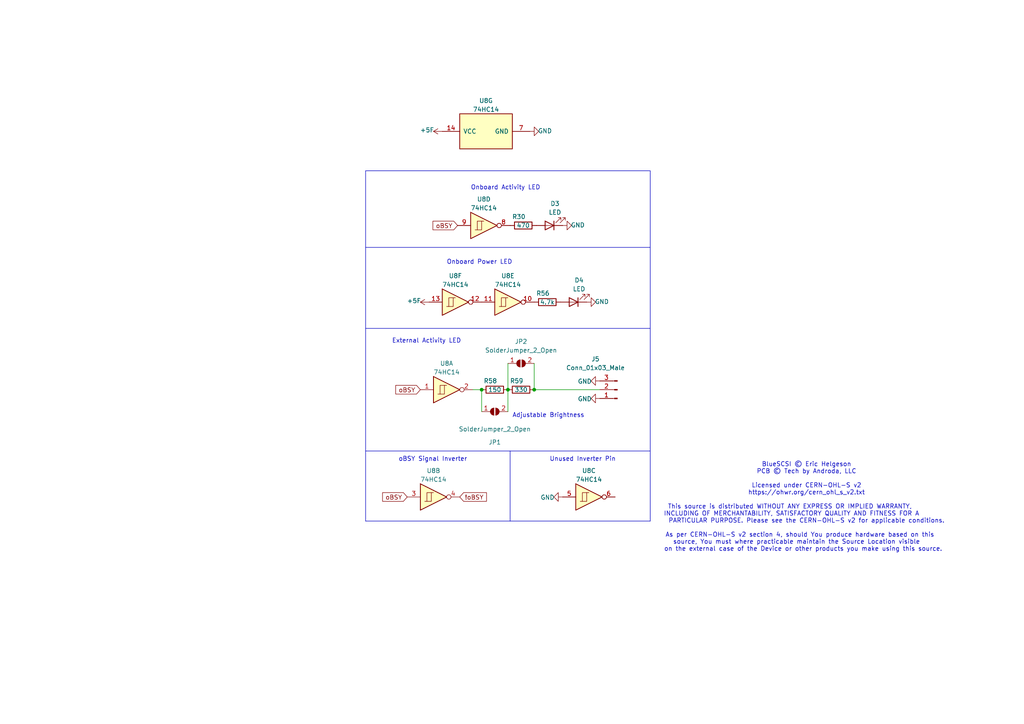
<source format=kicad_sch>
(kicad_sch (version 20231120) (generator "eeschema") (generator_version "8.0")
  (paper "A4")
  (title_block (title "BlueSCSI V2, Desktop 50 Pin, Top Connector, 2023.10a") (date "October 2023") (rev "1") (company "Tech by Androda, LLC"))
  (lib_symbols
    (symbol "74xx:74HC14" (pin_names (offset 1.016))
      (property "Reference" "U" (at 0 1.27 0))
      (property "Value" "74HC14" (at 0 -1.27 0))
      (symbol "74HC14_1_0"
        (polyline (pts (xy -3.81 3.81) (xy -3.81 -3.81) (xy 3.81 0) (xy -3.81 3.81)) (stroke (width 0.254)) (fill (type background)))
        (pin input line (at -7.62 0 0) (length 3.81) (name "~") (number "1"))
        (pin output inverted (at 7.62 0 180) (length 3.81) (name "~") (number "2"))
      )
      (symbol "74HC14_1_1"
        (polyline (pts (xy -1.905 -1.27) (xy -1.905 1.27) (xy -0.635 1.27)))
        (polyline (pts (xy -2.54 -1.27) (xy -0.635 -1.27) (xy -0.635 1.27) (xy 0 1.27)))
      )
      (symbol "74HC14_2_0"
        (polyline (pts (xy -3.81 3.81) (xy -3.81 -3.81) (xy 3.81 0) (xy -3.81 3.81)) (stroke (width 0.254)) (fill (type background)))
        (pin input line (at -7.62 0 0) (length 3.81) (name "~") (number "3"))
        (pin output inverted (at 7.62 0 180) (length 3.81) (name "~") (number "4"))
      )
      (symbol "74HC14_2_1"
        (polyline (pts (xy -1.905 -1.27) (xy -1.905 1.27) (xy -0.635 1.27)))
        (polyline (pts (xy -2.54 -1.27) (xy -0.635 -1.27) (xy -0.635 1.27) (xy 0 1.27)))
      )
      (symbol "74HC14_3_0"
        (polyline (pts (xy -3.81 3.81) (xy -3.81 -3.81) (xy 3.81 0) (xy -3.81 3.81)) (stroke (width 0.254)) (fill (type background)))
        (pin input line (at -7.62 0 0) (length 3.81) (name "~") (number "5"))
        (pin output inverted (at 7.62 0 180) (length 3.81) (name "~") (number "6"))
      )
      (symbol "74HC14_3_1"
        (polyline (pts (xy -1.905 -1.27) (xy -1.905 1.27) (xy -0.635 1.27)))
        (polyline (pts (xy -2.54 -1.27) (xy -0.635 -1.27) (xy -0.635 1.27) (xy 0 1.27)))
      )
      (symbol "74HC14_4_0"
        (polyline (pts (xy -3.81 3.81) (xy -3.81 -3.81) (xy 3.81 0) (xy -3.81 3.81)) (stroke (width 0.254)) (fill (type background)))
        (pin output inverted (at 7.62 0 180) (length 3.81) (name "~") (number "8"))
        (pin input line (at -7.62 0 0) (length 3.81) (name "~") (number "9"))
      )
      (symbol "74HC14_4_1"
        (polyline (pts (xy -1.905 -1.27) (xy -1.905 1.27) (xy -0.635 1.27)))
        (polyline (pts (xy -2.54 -1.27) (xy -0.635 -1.27) (xy -0.635 1.27) (xy 0 1.27)))
      )
      (symbol "74HC14_5_0"
        (polyline (pts (xy -3.81 3.81) (xy -3.81 -3.81) (xy 3.81 0) (xy -3.81 3.81)) (stroke (width 0.254)) (fill (type background)))
        (pin output inverted (at 7.62 0 180) (length 3.81) (name "~") (number "10"))
        (pin input line (at -7.62 0 0) (length 3.81) (name "~") (number "11"))
      )
      (symbol "74HC14_5_1"
        (polyline (pts (xy -1.905 -1.27) (xy -1.905 1.27) (xy -0.635 1.27)))
        (polyline (pts (xy -2.54 -1.27) (xy -0.635 -1.27) (xy -0.635 1.27) (xy 0 1.27)))
      )
      (symbol "74HC14_6_0"
        (polyline (pts (xy -3.81 3.81) (xy -3.81 -3.81) (xy 3.81 0) (xy -3.81 3.81)) (stroke (width 0.254)) (fill (type background)))
        (pin output inverted (at 7.62 0 180) (length 3.81) (name "~") (number "12"))
        (pin input line (at -7.62 0 0) (length 3.81) (name "~") (number "13"))
      )
      (symbol "74HC14_6_1"
        (polyline (pts (xy -1.905 -1.27) (xy -1.905 1.27) (xy -0.635 1.27)))
        (polyline (pts (xy -2.54 -1.27) (xy -0.635 -1.27) (xy -0.635 1.27) (xy 0 1.27)))
      )
      (symbol "74HC14_7_0"
        (pin power_in line (at 0 12.7 270) (length 5.08) (name "VCC") (number "14"))
        (pin power_in line (at 0 -12.7 90) (length 5.08) (name "GND") (number "7"))
      )
      (symbol "74HC14_7_1"
        (rectangle (start -5.08 7.62) (end 5.08 -7.62) (stroke (width 0.254)) (fill (type background)))
      )
    )
    (symbol "Connector:Conn_01x03_Male" (pin_names (offset 1.016) hide)
      (property "Reference" "J" (at 0 5.08 0))
      (property "Value" "Conn_01x03_Male" (at 0 -5.08 0))
      (symbol "Conn_01x03_Male_1_1"
        (polyline (pts (xy 1.27 -2.54) (xy 0.8636 -2.54)) (stroke (width 0.1524)))
        (polyline (pts (xy 1.27 0) (xy 0.8636 0)) (stroke (width 0.1524)))
        (polyline (pts (xy 1.27 2.54) (xy 0.8636 2.54)) (stroke (width 0.1524)))
        (rectangle (start 0.8636 -2.413) (end 0 -2.667) (stroke (width 0.1524)) (fill (type outline)))
        (rectangle (start 0.8636 0.127) (end 0 -0.127) (stroke (width 0.1524)) (fill (type outline)))
        (rectangle (start 0.8636 2.667) (end 0 2.413) (stroke (width 0.1524)) (fill (type outline)))
        (pin passive line (at 5.08 2.54 180) (length 3.81) (name "Pin_1") (number "1"))
        (pin passive line (at 5.08 0 180) (length 3.81) (name "Pin_2") (number "2"))
        (pin passive line (at 5.08 -2.54 180) (length 3.81) (name "Pin_3") (number "3"))
      )
    )
    (symbol "Device:LED" (pin_numbers hide) (pin_names (offset 1.016) hide)
      (property "Reference" "D" (at 0 2.54 0))
      (property "Value" "LED" (at 0 -2.54 0))
      (symbol "LED_0_1"
        (polyline (pts (xy -1.27 -1.27) (xy -1.27 1.27)) (stroke (width 0.254)))
        (polyline (pts (xy -1.27 0) (xy 1.27 0)))
        (polyline (pts (xy 1.27 -1.27) (xy 1.27 1.27) (xy -1.27 0) (xy 1.27 -1.27)) (stroke (width 0.254)))
        (polyline (pts (xy -3.048 -0.762) (xy -4.572 -2.286) (xy -3.81 -2.286) (xy -4.572 -2.286) (xy -4.572 -1.524)))
        (polyline (pts (xy -1.778 -0.762) (xy -3.302 -2.286) (xy -2.54 -2.286) (xy -3.302 -2.286) (xy -3.302 -1.524)))
      )
      (symbol "LED_1_1"
        (pin passive line (at -3.81 0 0) (length 2.54) (name "K") (number "1"))
        (pin passive line (at 3.81 0 180) (length 2.54) (name "A") (number "2"))
      )
    )
    (symbol "Device:R" (pin_numbers hide) (pin_names (offset 0))
      (property "Reference" "R" (at 2.032 0 90))
      (property "Value" "R" (at 0 0 90))
      (symbol "R_0_1"
        (rectangle (start -1.016 -2.54) (end 1.016 2.54) (stroke (width 0.254)))
      )
      (symbol "R_1_1"
        (pin passive line (at 0 3.81 270) (length 1.27) (name "~") (number "1"))
        (pin passive line (at 0 -3.81 90) (length 1.27) (name "~") (number "2"))
      )
    )
    (symbol "Jumper:SolderJumper_2_Open" (pin_names (offset 0) hide)
      (property "Reference" "JP" (at 0 2.032 0))
      (property "Value" "SolderJumper_2_Open" (at 0 -2.54 0))
      (symbol "SolderJumper_2_Open_0_1"
        (arc (start -0.254 1.016) (mid -1.2656 0) (end -0.254 -1.016))
        (arc (start -0.254 1.016) (mid -1.2656 0) (end -0.254 -1.016) (fill (type outline)))
        (polyline (pts (xy -0.254 1.016) (xy -0.254 -1.016)))
        (polyline (pts (xy 0.254 1.016) (xy 0.254 -1.016)))
        (arc (start 0.254 -1.016) (mid 1.2656 0) (end 0.254 1.016))
        (arc (start 0.254 -1.016) (mid 1.2656 0) (end 0.254 1.016) (fill (type outline)))
      )
      (symbol "SolderJumper_2_Open_1_1"
        (pin passive line (at -3.81 0 0) (length 2.54) (name "A") (number "1"))
        (pin passive line (at 3.81 0 180) (length 2.54) (name "B") (number "2"))
      )
    )
    (symbol "power:+5F" (power) (pin_names (offset 0))
      (property "Value" "+5F" (at 0 3.556 0))
      (symbol "+5F_0_1"
        (polyline (pts (xy -0.762 1.27) (xy 0 2.54)))
        (polyline (pts (xy 0 0) (xy 0 2.54)))
        (polyline (pts (xy 0 2.54) (xy 0.762 1.27)))
      )
      (symbol "+5F_1_1"
        (pin power_in line (at 0 0 90) (length 0) hide (name "+5F") (number "1"))
      )
    )
    (symbol "power:GND" (power) (pin_names (offset 0))
      (property "Value" "GND" (at 0 -3.81 0))
      (symbol "GND_0_1"
        (polyline (pts (xy 0 0) (xy 0 -1.27) (xy 1.27 -1.27) (xy 0 -2.54) (xy -1.27 -1.27) (xy 0 -1.27)))
      )
      (symbol "GND_1_1"
        (pin power_in line (at 0 0 270) (length 0) hide (name "GND") (number "1"))
      )
    )
  )
  (junction (at 147.32 113.03))
  (junction (at 154.94 113.03))
  (junction (at 139.7 113.03))
  (polyline (pts (xy 188.595 95.25) (xy 106.045 95.25)))
  (polyline (pts (xy 188.595 130.81) (xy 188.595 95.25)))
  (wire (pts (xy 154.94 113.03) (xy 173.99 113.03)))
  (wire (pts (xy 147.32 105.41) (xy 147.32 113.03)))
  (polyline (pts (xy 188.595 49.53) (xy 188.595 71.755)))
  (wire (pts (xy 137.16 113.03) (xy 139.7 113.03)))
  (polyline (pts (xy 106.045 49.53) (xy 106.045 151.13)))
  (polyline (pts (xy 188.595 95.25) (xy 188.595 71.755)))
  (polyline (pts (xy 106.045 49.53) (xy 188.595 49.53)))
  (polyline (pts (xy 106.045 130.81) (xy 188.595 130.81)))
  (wire (pts (xy 154.94 105.41) (xy 154.94 113.03)))
  (wire (pts (xy 147.32 113.03) (xy 147.32 119.38)))
  (polyline (pts (xy 188.595 151.13) (xy 188.595 130.81)))
  (polyline (pts (xy 147.955 130.81) (xy 147.955 151.13)))
  (wire (pts (xy 139.7 113.03) (xy 139.7 119.38)))
  (polyline (pts (xy 106.045 151.13) (xy 188.595 151.13)))
  (polyline (pts (xy 188.595 71.755) (xy 106.045 71.755)))
  (text "Onboard Power LED" (at 129.54 76.835 0) (effects (font (size 1.27 1.27)) (justify left bottom)))
  (text "Unused Inverter Pin" (at 159.385 133.985 0) (effects (font (size 1.27 1.27)) (justify left bottom)))
  (text "oBSY Signal Inverter" (at 115.57 133.985 0) (effects (font (size 1.27 1.27)) (justify left bottom)))
  (text "Onboard Activity LED" (at 136.525 55.245 0) (effects (font (size 1.27 1.27)) (justify left bottom)))
  (text "BlueSCSI © Eric Helgeson\nPCB © Tech by Androda, LLC\n\nLicensed under CERN-OHL-S v2\nhttps://ohwr.org/cern_ohl_s_v2.txt\n\nThis source is distributed WITHOUT ANY EXPRESS OR IMPLIED WARRANTY,          \nINCLUDING OF MERCHANTABILITY, SATISFACTORY QUALITY AND FITNESS FOR A         \nPARTICULAR PURPOSE. Please see the CERN-OHL-S v2 for applicable conditions.\n\nAs per CERN-OHL-S v2 section 4, should You produce hardware based on this    \nsource, You must where practicable maintain the Source Location visible      \non the external case of the Device or other products you make using this source.  \n" (at 233.934 147.066 0) (effects (font (size 1.27 1.27))))
  (text "Adjustable Brightness" (at 148.59 121.285 0) (effects (font (size 1.27 1.27)) (justify left bottom)))
  (text "External Activity LED" (at 113.665 99.695 0) (effects (font (size 1.27 1.27)) (justify left bottom)))
  (global_label "oBSY" (shape input) (at 132.715 65.405 180) (property "Intersheetrefs" "${INTERSHEET_REFS}" (effects (hide yes))))
  (global_label "!oBSY" (shape input) (at 133.35 144.145 0) (property "Intersheetrefs" "${INTERSHEET_REFS}" (effects (hide yes))))
  (global_label "oBSY" (shape input) (at 118.11 144.145 180) (property "Intersheetrefs" "${INTERSHEET_REFS}" (effects (hide yes))))
  (global_label "oBSY" (shape input) (at 121.92 113.03 180) (property "Intersheetrefs" "${INTERSHEET_REFS}" (effects (hide yes))))
  (symbol (lib_id "Device:R") (at 151.13 113.03 90) (unit 1)
    (property "Reference" "R59" (at 149.86 110.49 90))
    (property "Value" "330" (at 151.13 113.03 90))
    (property "Footprint" "Resistor_SMD:R_0603_1608Metric_Pad0.98x0.95mm_HandSolder" (effects (hide yes)))
  )
  (symbol (lib_id "power:GND") (at 153.67 38.1 90) (unit 1)
    (property "Reference" "#PWR041" (effects (hide yes)))
    (property "Value" "GND" (at 158.0642 37.973 90))
  )
  (symbol (lib_id "Device:R") (at 143.51 113.03 90) (unit 1)
    (property "Reference" "R58" (at 142.24 110.49 90))
    (property "Value" "150" (at 143.51 113.03 90))
    (property "Footprint" "Resistor_SMD:R_0603_1608Metric_Pad0.98x0.95mm_HandSolder" (effects (hide yes)))
  )
  (symbol (lib_id "74xx:74HC14") (at 140.335 65.405 0) (unit 4)
    (property "Reference" "U8" (at 140.335 57.785 0))
    (property "Value" "74HC14" (at 140.335 60.325 0))
    (property "Datasheet" "http://www.ti.com/lit/gpn/sn74HC14" (effects (hide yes)))
  )
  (symbol (lib_id "74xx:74HC14") (at 170.815 144.145 0) (unit 3)
    (property "Reference" "U8" (at 170.815 136.525 0))
    (property "Value" "74HC14" (at 170.815 139.065 0))
    (property "Datasheet" "http://www.ti.com/lit/gpn/sn74HC14" (effects (hide yes)))
  )
  (symbol (lib_id "Jumper:SolderJumper_2_Open") (at 143.51 119.38 0) (unit 1)
    (property "Reference" "JP1" (at 143.51 128.27 0))
    (property "Value" "SolderJumper_2_Open" (at 143.51 124.46 0))
    (property "Footprint" "Jumper:SolderJumper-2_P1.3mm_Open_RoundedPad1.0x1.5mm" (effects (hide yes)))
  )
  (symbol (lib_id "Jumper:SolderJumper_2_Open") (at 151.13 105.41 0) (unit 1)
    (property "Reference" "JP2" (at 151.13 99.06 0))
    (property "Value" "SolderJumper_2_Open" (at 151.13 101.6 0))
    (property "Footprint" "Jumper:SolderJumper-2_P1.3mm_Open_RoundedPad1.0x1.5mm" (effects (hide yes)))
  )
  (symbol (lib_id "power:GND") (at 173.99 115.57 270) (unit 1)
    (property "Reference" "#PWR069" (effects (hide yes)))
    (property "Value" "GND" (at 169.5958 115.697 90))
  )
  (symbol (lib_id "74xx:74HC14") (at 132.08 87.63 0) (unit 6)
    (property "Reference" "U8" (at 132.08 80.01 0))
    (property "Value" "74HC14" (at 132.08 82.55 0))
    (property "Datasheet" "http://www.ti.com/lit/gpn/sn74HC14" (effects (hide yes)))
  )
  (symbol (lib_id "Device:R") (at 158.75 87.63 90) (unit 1)
    (property "Reference" "R56" (at 157.48 85.09 90))
    (property "Value" "4.7k" (at 158.75 87.63 90))
    (property "Footprint" "Resistor_SMD:R_0603_1608Metric_Pad0.98x0.95mm_HandSolder" (effects (hide yes)))
  )
  (symbol (lib_id "power:+5F") (at 128.27 38.1 90) (unit 1)
    (property "Reference" "#PWR038" (effects (hide yes)))
    (property "Value" "+5F" (at 123.8758 37.719 90))
  )
  (symbol (lib_id "power:GND") (at 170.18 87.63 90) (unit 1)
    (property "Reference" "#PWR035" (effects (hide yes)))
    (property "Value" "GND" (at 174.5742 87.503 90))
  )
  (symbol (lib_id "74xx:74HC14") (at 129.54 113.03 0) (unit 1)
    (property "Reference" "U8" (at 129.54 105.41 0))
    (property "Value" "74HC14" (at 129.54 107.95 0))
    (property "Datasheet" "http://www.ti.com/lit/gpn/sn74HC14" (effects (hide yes)))
  )
  (symbol (lib_id "74xx:74HC14") (at 140.97 38.1 90) (unit 7)
    (property "Reference" "U8" (at 140.97 29.21 90))
    (property "Value" "74HC14" (at 140.97 31.75 90))
    (property "Footprint" "Package_SO:SO-14_3.9x8.65mm_P1.27mm" (effects (hide yes)))
    (property "Datasheet" "http://www.ti.com/lit/gpn/sn74HC14" (effects (hide yes)))
    (property "JLC Part #" "C5605" (effects (hide yes)))
  )
  (symbol (lib_id "Device:LED") (at 159.385 65.405 180) (unit 1)
    (property "Reference" "D3" (at 160.9725 59.055 0))
    (property "Value" "LED" (at 160.9725 61.595 0))
    (property "Footprint" "LED_SMD:LED_0603_1608Metric_Pad1.05x0.95mm_HandSolder" (effects (hide yes)))
    (property "JLCPCB Part Number" "C72041" (effects (hide yes)))
  )
  (symbol (lib_id "power:GND") (at 163.195 144.145 270) (unit 1)
    (property "Reference" "#PWR059" (effects (hide yes)))
    (property "Value" "GND" (at 158.8008 144.272 90))
  )
  (symbol (lib_id "74xx:74HC14") (at 125.73 144.145 0) (unit 2)
    (property "Reference" "U8" (at 125.73 136.525 0))
    (property "Value" "74HC14" (at 125.73 139.065 0))
    (property "Datasheet" "http://www.ti.com/lit/gpn/sn74HC14" (effects (hide yes)))
  )
  (symbol (lib_id "Device:LED") (at 166.37 87.63 180) (unit 1)
    (property "Reference" "D4" (at 167.9575 81.28 0))
    (property "Value" "LED" (at 167.9575 83.82 0))
    (property "Footprint" "LED_SMD:LED_0603_1608Metric_Pad1.05x0.95mm_HandSolder" (effects (hide yes)))
    (property "JLCPCB Part #" "C2290" (effects (hide yes)))
  )
  (symbol (lib_id "Device:R") (at 151.765 65.405 90) (unit 1)
    (property "Reference" "R30" (at 150.495 62.865 90))
    (property "Value" "470" (at 151.765 65.405 90))
    (property "Footprint" "Resistor_SMD:R_0402_1005Metric_Pad0.72x0.64mm_HandSolder" (effects (hide yes)))
  )
  (symbol (lib_id "Connector:Conn_01x03_Male") (at 179.07 113.03 180) (unit 1)
    (property "Reference" "J5" (at 172.72 104.14 0))
    (property "Value" "Conn_01x03_Male" (at 172.72 106.68 0))
    (property "Footprint" "Connector_PinHeader_2.54mm:PinHeader_1x03_P2.54mm_Vertical" (effects (hide yes)))
  )
  (symbol (lib_id "power:+5F") (at 124.46 87.63 90) (unit 1)
    (property "Reference" "#PWR014" (effects (hide yes)))
    (property "Value" "+5F" (at 120.0658 87.249 90))
  )
  (symbol (lib_id "power:GND") (at 163.195 65.405 90) (unit 1)
    (property "Reference" "#PWR017" (effects (hide yes)))
    (property "Value" "GND" (at 167.5892 65.278 90))
  )
  (symbol (lib_id "74xx:74HC14") (at 147.32 87.63 0) (unit 5)
    (property "Reference" "U8" (at 147.32 80.01 0))
    (property "Value" "74HC14" (at 147.32 82.55 0))
    (property "Datasheet" "http://www.ti.com/lit/gpn/sn74HC14" (effects (hide yes)))
  )
  (symbol (lib_id "power:GND") (at 173.99 110.49 270) (unit 1)
    (property "Reference" "#PWR068" (effects (hide yes)))
    (property "Value" "GND" (at 169.5958 110.617 90))
  )
)
</source>
